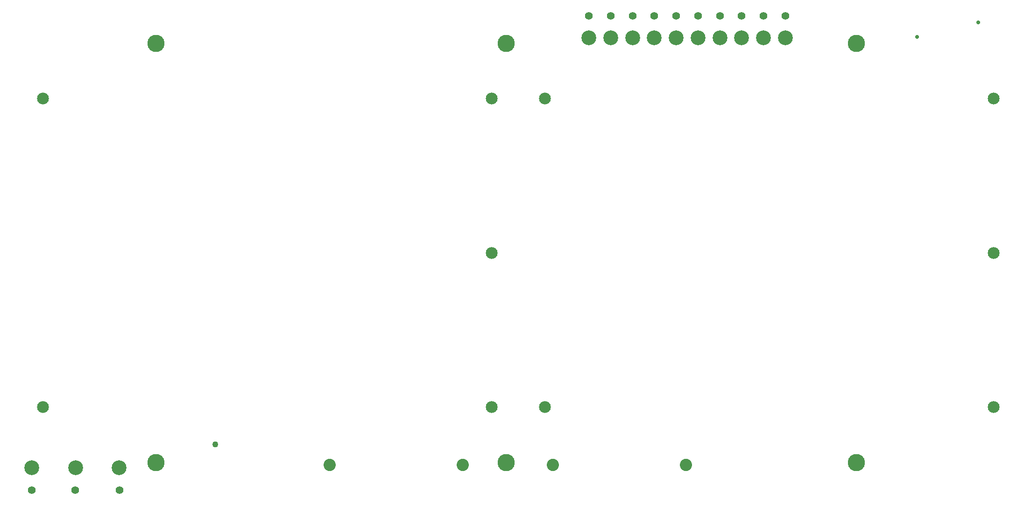
<source format=gbr>
G04 EAGLE Gerber RS-274X export*
G75*
%MOMM*%
%FSLAX34Y34*%
%LPD*%
%INSoldermask Bottom*%
%IPPOS*%
%AMOC8*
5,1,8,0,0,1.08239X$1,22.5*%
G01*
G04 Define Apertures*
%ADD10C,2.146300*%
%ADD11C,2.222500*%
%ADD12C,3.127000*%
%ADD13C,2.679700*%
%ADD14C,1.397000*%
%ADD15C,0.731000*%
%ADD16C,1.102000*%
D10*
X50640Y730202D03*
X50640Y170640D03*
X864202Y730202D03*
X864202Y450040D03*
X864202Y170640D03*
X960640Y730202D03*
X960640Y170640D03*
X1774202Y730202D03*
X1774202Y450040D03*
X1774202Y170640D03*
D11*
X569728Y65556D03*
X811028Y65556D03*
X974626Y65758D03*
X1215926Y65758D03*
D12*
X255000Y70000D03*
X1525000Y70000D03*
X255000Y830000D03*
X1525000Y830000D03*
D13*
X30000Y60000D03*
X109200Y60000D03*
X1396400Y840000D03*
X1277600Y840000D03*
X1356800Y840000D03*
X1119200Y840000D03*
X1079600Y840000D03*
X1040000Y840000D03*
X188400Y60000D03*
X1317200Y840000D03*
D14*
X30000Y20000D03*
X108984Y20000D03*
X188730Y19746D03*
X1356800Y880000D03*
X1277600Y880000D03*
X1396400Y880000D03*
X1317200Y880000D03*
X1079600Y880000D03*
X1119200Y880000D03*
X1040000Y880000D03*
D13*
X1198400Y840000D03*
X1158800Y840000D03*
X1238000Y840000D03*
D14*
X1198400Y880000D03*
X1158800Y880000D03*
X1238000Y880000D03*
D12*
X890000Y70000D03*
X890000Y830000D03*
D15*
X1746504Y867918D03*
X1635252Y842010D03*
D16*
X362712Y102362D03*
M02*

</source>
